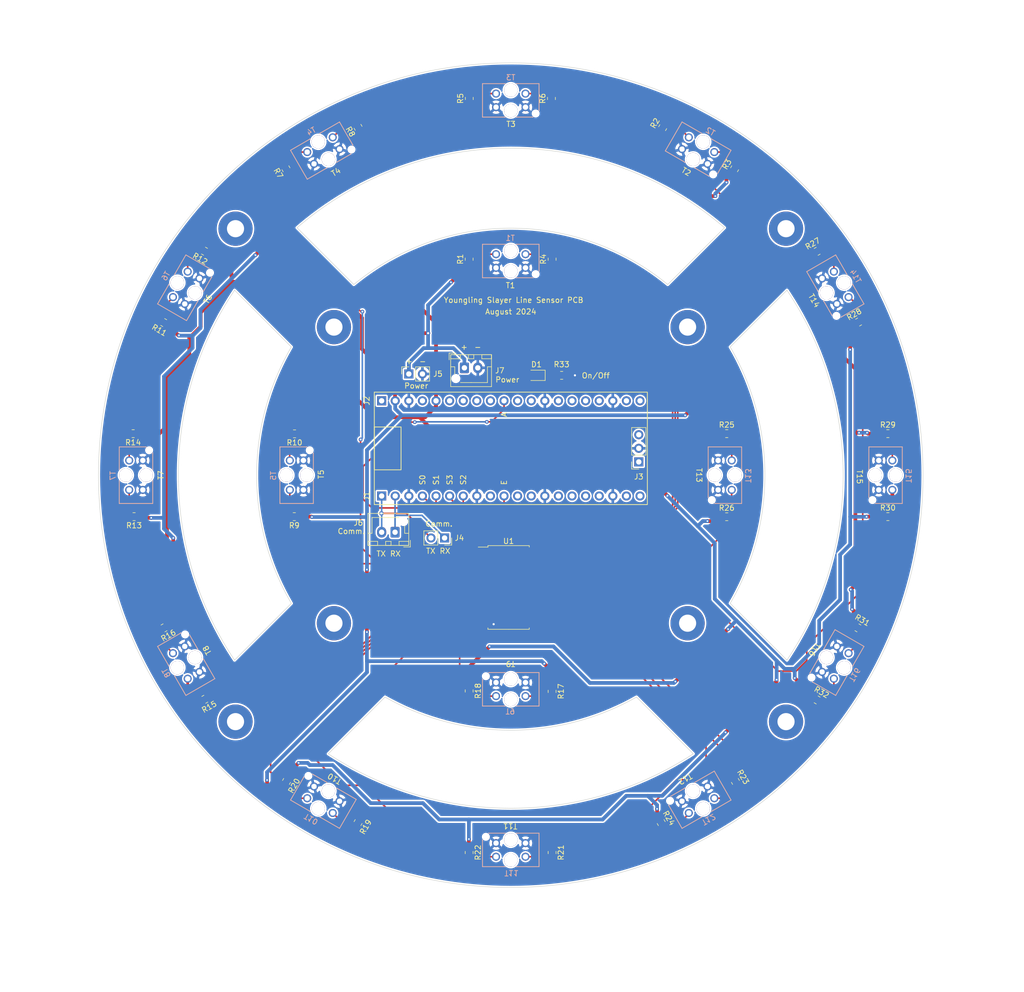
<source format=kicad_pcb>
(kicad_pcb (version 20221018) (generator pcbnew)
  (title_block (title "Line Sensor PCB") (date "2024-07-19"))
  (layers (0 "F.Cu" signal) (31 "B.Cu" power) (34 "B.Paste" user) (35 "F.Paste" user) (36 "B.SilkS" user "B.Silkscreen") (37 "F.SilkS" user "F.Silkscreen") (38 "B.Mask" user) (39 "F.Mask" user) (44 "Edge.Cuts" user))
  (net 0 "")
  (net 1 "ADC0")
  (net 2 "/TCRT_8")
  (net 3 "/TCRT_7")
  (net 4 "/TCRT_6")
  (net 5 "/TCRT_5")
  (net 6 "/TCRT_4")
  (net 7 "/TCRT_3")
  (net 8 "/TCRT_2")
  (net 9 "/TCRT_1")
  (net 10 "/S0")
  (net 11 "/S1")
  (net 12 "GND")
  (net 13 "/S3")
  (net 14 "/S2")
  (net 15 "E")
  (net 16 "/TCRT_16")
  (net 17 "/TCRT_15")
  (net 18 "/TCRT_14")
  (net 19 "/TCRT_13")
  (net 20 "/TCRT_12")
  (net 21 "/TCRT_11")
  (net 22 "/TCRT_10")
  (net 23 "/TCRT_9")
  (net 24 "+3V3")
  (net 25 "Net-(T1-Anode)")
  (net 26 "Net-(T2-Anode)")
  (net 27 "Net-(T3-Anode)")
  (net 28 "Net-(T4-Anode)")
  (net 29 "Net-(T5-Anode)")
  (net 30 "Net-(T6-Anode)")
  (net 31 "Net-(T7-Anode)")
  (net 32 "Net-(T8-Anode)")
  (net 33 "Net-(T9-Anode)")
  (net 34 "Net-(T10-Anode)")
  (net 35 "Net-(T11-Anode)")
  (net 36 "Net-(T12-Anode)")
  (net 37 "Net-(T13-Anode)")
  (net 38 "Net-(T14-Anode)")
  (net 39 "Net-(T15-Anode)")
  (net 40 "Net-(T16-Anode)")
  (net 48 "TX")
  (net 49 "RX")
  (net 61 "+5V")
  (net 69 "Net-(D1-K)")
  (footprint "Package_SO:SOIC-24W_7.5x15.4mm_P1.27mm" (layer "F.Cu") (at 83.82 102.87)
    (fp_text reference "U1")
    (fp_text value "CD74HC4067M")
  )
  (footprint "Connector_PinSocket_2.54mm:PinSocket_1x02_P2.54mm_Vertical" (layer "F.Cu") (at 65.186 62.992 90)
    (fp_text reference "J5")
    (fp_text value "Power")
  )
  (footprint "Resistor_SMD:R_0805_2012Metric" (layer "F.Cu") (at 43.8385 74.168 180)
    (fp_text reference "R10")
    (fp_text value "4K7")
  )
  (footprint "MountingHole:MountingHole_3.2mm_M3_Pad" (layer "F.Cu") (at 117.253 54.239)
    (fp_text reference "H3" hide)
    (fp_text value "MountingHole")
  )
  (footprint "Resistor_SMD:R_0805_2012Metric" (layer "F.Cu") (at 126.03575 24.666248 60)
    (fp_text reference "R3")
    (fp_text value "4K7")
  )
  (footprint "Resistor_SMD:R_0805_2012Metric" (layer "F.Cu") (at 55.70125 146.783752 -120)
    (fp_text reference "R19")
    (fp_text value "220R")
  )
  (footprint "Resistor_SMD:R_0805_2012Metric" (layer "F.Cu") (at 149.069752 110.41475 -30)
    (fp_text reference "R31")
    (fp_text value "220R")
  )
  (footprint "Resistor_SMD:R_0805_2012Metric" (layer "F.Cu") (at 112.31975 146.783752 -60)
    (fp_text reference "R24")
    (fp_text value "4K7")
  )
  (footprint "Resistor_SMD:R_0805_2012Metric" (layer "F.Cu") (at 149.196752 53.28825 30)
    (fp_text reference "R28")
    (fp_text value "4K7")
  )
  (footprint "Resistor_SMD:R_0805_2012Metric" (layer "F.Cu") (at 91.948 122.2775 -90)
    (fp_text reference "R17")
    (fp_text value "220R")
  )
  (footprint "Resistor_SMD:R_0805_2012Metric" (layer "F.Cu") (at 91.948 152.3765 -90)
    (fp_text reference "R21")
    (fp_text value "220R")
  )
  (footprint "Resistor_SMD:R_0805_2012Metric" (layer "F.Cu") (at 154.6625 74.142001)
    (fp_text reference "R29")
    (fp_text value "220R")
  )
  (footprint "Resistor_SMD:R_0805_2012Metric" (layer "F.Cu") (at 154.6625 89.642)
    (fp_text reference "R30")
    (fp_text value "4K7")
  )
  (footprint "Resistor_SMD:R_0805_2012Metric" (layer "F.Cu") (at 93.727 63.246 180)
    (fp_text reference "R33")
    (fp_text value "22R")
  )
  (footprint "Resistor_SMD:R_0805_2012Metric" (layer "F.Cu") (at 42.23925 24.666248 120)
    (fp_text reference "R7")
    (fp_text value "220R")
  )
  (footprint "Resistor_SMD:R_0805_2012Metric" (layer "F.Cu") (at 76.454 122.1975 -90)
    (fp_text reference "R18")
    (fp_text value "4K7")
  )
  (footprint "MountingHole:MountingHole_3.2mm_M3_Pad" (layer "F.Cu") (at 51.199 109.545)
    (fp_text reference "H7" hide)
    (fp_text value "MountingHole")
  )
  (footprint "Resistor_SMD:R_0805_2012Metric" (layer "F.Cu") (at 124.5635 89.662)
    (fp_text reference "R26")
    (fp_text value "4K7")
  )
  (footprint "Resistor_SMD:R_0805_2012Metric" (layer "F.Cu") (at 76.454 152.3765 -90)
    (fp_text reference "R22")
    (fp_text value "4K7")
  )
  (footprint "Resistor_SMD:R_0805_2012Metric" (layer "F.Cu") (at 43.7915 89.641999 180)
    (fp_text reference "R9")
    (fp_text value "220R")
  )
  (footprint "Resistor_SMD:R_0805_2012Metric" (layer "F.Cu") (at 55.70125 16.919248 120)
    (fp_text reference "R8")
    (fp_text value "4K7")
  )
  (footprint "Resistor_SMD:R_0805_2012Metric" (layer "F.Cu") (at 19.402752 53.39175 150)
    (fp_text reference "R11")
    (fp_text value "220R")
  )
  (footprint "Resistor_SMD:R_0805_2012Metric" (layer "F.Cu") (at 27.079248 123.74975 -150)
    (fp_text reference "R15")
    (fp_text value "220R")
  )
  (footprint "Resistor_SMD:R_0805_2012Metric" (layer "F.Cu") (at 19.459248 110.41475 -150)
    (fp_text reference "R16")
    (fp_text value "4K7")
  )
  (footprint "Resistor_SMD:R_0805_2012Metric" (layer "F.Cu") (at 112.59725 16.989752 60)
    (fp_text reference "R2")
    (fp_text value "220R")
  )
  (footprint "Connector_PinSocket_2.54mm:PinSocket_1x20_P2.54mm_Vertical" (layer "F.Cu") (at 60.106 85.782 90)
    (fp_text reference "J1")
    (fp_text value "Pico_Headers_Left")
  )
  (footprint "Resistor_SMD:R_0805_2012Metric" (layer "F.Cu") (at 76.454 41.5525 90)
    (fp_text reference "R1")
    (fp_text value "220R")
  )
  (footprint "Resistor_SMD:R_0805_2012Metric" (layer "F.Cu") (at 13.8665 89.641999 180)
    (fp_text reference "R13")
    (fp_text value "220R")
  )
  (footprint "Resistor_SMD:R_0805_2012Metric" (layer "F.Cu") (at 13.6925 74.142 180)
    (fp_text reference "R14")
    (fp_text value "4K7")
  )
  (footprint "MountingHole:MountingHole_3.2mm_M3_Pad" (layer "F.Cu") (at 32.814 127.93)
    (fp_text reference "H8" hide)
    (fp_text value "MountingHole")
  )
  (footprint "Connector_PinSocket_2.54mm:PinSocket_1x20_P2.54mm_Vertical" (layer "F.Cu") (at 60.106 68.002 90)
    (fp_text reference "J2")
    (fp_text value "Pico_Headers_Right")
  )
  (footprint "MountingHole:MountingHole_3.2mm_M3_Pad" (layer "F.Cu") (at 135.638 35.854)
    (fp_text reference "H4" hide)
    (fp_text value "MountingHole")
  )
  (footprint "Resistor_SMD:R_0805_2012Metric" (layer "F.Cu") (at 42.34275 139.093248 -120)
    (fp_text reference "R20")
    (fp_text value "4K7")
  )
  (footprint "Resistor_SMD:R_0805_2012Metric" (layer "F.Cu") (at 124.5635 74.142001)
    (fp_text reference "R25")
    (fp_text value "220R")
  )
  (footprint "MountingHole:MountingHole_3.2mm_M3_Pad" (layer "F.Cu") (at 135.638 127.93)
    (fp_text reference "H6" hide)
    (fp_text value "MountingHole")
  )
  (footprint "MountingHole:MountingHole_3.2mm_M3_Pad" (layer "F.Cu") (at 51.199 54.239)
    (fp_text reference "H1" hide)
    (fp_text value "MountingHole")
  )
  (footprint "Resistor_SMD:R_0805_2012Metric" (layer "F.Cu") (at 91.821 11.5335 90)
    (fp_text reference "R6")
    (fp_text value "4K7")
  )
  (footprint "Resistor_SMD:R_0805_2012Metric" (layer "F.Cu") (at 27.022752 40.05675 150)
    (fp_text reference "R12")
    (fp_text value "4K7")
  )
  (footprint "LED_SMD:LED_0805_2012Metric" (layer "F.Cu") (at 88.971 63.246 180)
    (fp_text reference "D1")
    (fp_text value "LED")
  )
  (footprint "Connector_JST:JST_XH_B2B-XH-AM_1x02_P2.50mm_Vertical" (layer "F.Cu") (at 75.565 61.849)
    (fp_text reference "J7")
    (fp_text value "Power")
  )
  (footprint "Resistor_SMD:R_0805_2012Metric" (layer "F.Cu") (at 91.948 41.5525 90)
    (fp_text reference "R4")
    (fp_text value "4K7")
  )
  (footprint "Connector_PinSocket_2.54mm:PinSocket_1x03_P2.54mm_Vertical" (layer "F.Cu") (at 108.136 79.417 180)
    (fp_text reference "J3")
    (fp_text value "Pico_Headers_Bottom")
  )
  (footprint "Resistor_SMD:R_0805_2012Metric" (layer "F.Cu") (at 141.449752 123.87675 -30)
    (fp_text reference "R32")
    (fp_text value "4K7")
  )
  (footprint "Connector_JST:JST_XH_B2B-XH-AM_1x02_P2.50mm_Vertical" (layer "F.Cu") (at 62.611 92.551 180)
    (fp_text reference "J6")
    (fp_text value "Comm.")
  )
  (footprint "MountingHole:MountingHole_3.2mm_M3_Pad" (layer "F.Cu") (at 117.253 109.545)
    (fp_text reference "H5" hide)
    (fp_text value "MountingHole")
  )
  (footprint "Resistor_SMD:R_0805_2012Metric" (layer "F.Cu") (at 76.476001 11.5335 90)
    (fp_text reference "R5")
    (fp_text value "220R")
  )
  (footprint "Resistor_SMD:R_0805_2012Metric" (layer "F.Cu") (at 141.449752 40.08025 30)
    (fp_text reference "R27")
    (fp_text value "220R")
  )
  (footprint "Resistor_SMD:R_0805_2012Metric" (layer "F.Cu") (at 126.18625 139.093248 -60)
    (fp_text reference "R23")
    (fp_text value "220R")
  )
  (footprint "Connector_PinSocket_2.54mm:PinSocket_1x02_P2.54mm_Vertical" (layer "F.Cu") (at 71.862 93.624 -90)
    (fp_text reference "J4")
    (fp_text value "Comm.")
  )
  (footprint "MountingHole:MountingHole_3.2mm_M3_Pad" (layer "F.Cu") (at 32.814 35.854)
    (fp_text reference "H2" hide)
    (fp_text value "MountingHole")
  )
  (footprint "TCRT5000:TCRT5000" (layer "B.Cu") (at 144.848 46.892 120)
    (fp_text reference "T14")
    (fp_text value "TCRT5000")
  )
  (footprint "TCRT5000:TCRT5000" (layer "B.Cu") (at 23.604 46.892 -120)
    (fp_text reference "T6")
    (fp_text value "TCRT5000")
  )
  (footprint "TCRT5000:TCRT5000" (layer "B.Cu") (at 14.226 81.892 -90)
    (fp_text reference "T7")
    (fp_text value "TCRT5000")
  )
  (footprint "TCRT5000:TCRT5000" (layer "B.Cu") (at 84.226 151.892)
    (fp_text reference "T11")
    (fp_text value "TCRT5000")
  )
  (footprint "TCRT5000:TCRT5000" (layer "B.Cu") (at 124.226 81.892 90)
    (fp_text reference "T13")
    (fp_text value "TCRT5000")
  )
  (footprint "TCRT5000:TCRT5000" (layer "B.Cu") (at 44.226 81.892 -90)
    (fp_text reference "T5")
    (fp_text value "TCRT5000")
  )
  (footprint "TCRT5000:TCRT5000" (layer "B.Cu") (at 49.226 21.27 -150)
    (fp_text reference "T4")
    (fp_text value "TCRT5000")
  )
  (footprint "TCRT5000:TCRT5000" (layer "B.Cu") (at 84.226 121.892)
    (fp_text reference "T9")
    (fp_text value "TCRT5000")
  )
  (footprint "TCRT5000:TCRT5000" (layer "B.Cu") (at 154.226 81.892 90)
    (fp_text reference "T15")
    (fp_text value "TCRT5000")
  )
  (footprint "TCRT5000:TCRT5000" (layer "B.Cu") (at 23.604 116.892 -60)
    (fp_text reference "T8")
    (fp_text value "TCRT5000")
  )
  (footprint "TCRT5000:TCRT5000" (layer "B.Cu") (at 144.848 116.892 60)
    (fp_text reference "T16")
    (fp_text value "TCRT5000")
  )
  (footprint "TCRT5000:TCRT5000" (layer "B.Cu") (at 49.226 142.514 -30)
    (fp_text reference "T10")
    (fp_text value "TCRT5000")
  )
  (footprint "TCRT5000:TCRT5000" (layer "B.Cu") (at 119.226 21.27 150)
    (fp_text reference "T2")
    (fp_text value "TCRT5000")
  )
  (footprint "TCRT5000:TCRT5000" (layer "B.Cu") (at 84.226 41.892 180)
    (fp_text reference "T1")
    (fp_text value "TCRT5000")
  )
  (footprint "TCRT5000:TCRT5000" (layer "B.Cu") (at 84.226 11.892 180)
    (fp_text reference "T3")
    (fp_text value "TCRT5000")
  )
  (footprint "TCRT5000:TCRT5000" (layer "B.Cu") (at 119.226 142.514 30)
    (fp_text reference "T12")
    (fp_text value "TCRT5000")
  )
  (gr_rect (start 58.736 72.892) (end 63.736 80.892) (stroke (width 0.15)) (fill none) (layer "F.SilkS"))
  (gr_rect (start 58.736 66.392) (end 109.736 87.392) (stroke (width 0.15)) (fill none) (layer "F.SilkS"))
  (gr_arc (start 125.2105 57.9485) (mid 131.692028 81.892) (end 125.2105 105.8355) (stroke (width 0.1)) (layer "Edge.Cuts"))
  (gr_arc (start 43.2415 105.8355) (mid 36.759972 81.892) (end 43.2415 57.9485) (stroke (width 0.1)) (layer "Edge.Cuts"))
  (gr_line (start 118.314 133.94) (end 107.71 123.336) (stroke (width 0.1)) (layer "Edge.Cuts"))
  (gr_line (start 60.742 123.336) (end 50.138 133.94) (stroke (width 0.1)) (layer "Edge.Cuts"))
  (gr_arc (start 54.9085 46.2815) (mid 84.226 35.765837) (end 113.5435 46.2815) (stroke (width 0.1)) (layer "Edge.Cuts"))
  (gr_line (start 125.2105 105.8355) (end 135.8145 116.4395) (stroke (width 0.1)) (layer "Edge.Cuts"))
  (gr_line (start 125.2105 57.9485) (end 135.8145 47.3445) (stroke (width 0.1)) (layer "Edge.Cuts"))
  (gr_line (start 124.1475 35.6775) (end 113.5435 46.2815) (stroke (width 0.1)) (layer "Edge.Cuts"))
  (gr_arc (start 44.3045 35.6775) (mid 84.226 20.822499) (end 124.1475 35.6775) (stroke (width 0.1)) (layer "Edge.Cuts"))
  (gr_line (start 32.6375 47.3445) (end 43.2415 57.9485) (stroke (width 0.1)) (layer "Edge.Cuts"))
  (gr_arc (start 118.314 133.94) (mid 84.226 144.109363) (end 50.138 133.94) (stroke (width 0.1)) (layer "Edge.Cuts"))
  (gr_circle (center 84.226 81.892) (end 161.226 81.892) (stroke (width 0.1)) (fill none) (layer "Edge.Cuts"))
  (gr_arc (start 107.71 123.336) (mid 84.226 129.527149) (end 60.742 123.336) (stroke (width 0.1)) (layer "Edge.Cuts"))
  (gr_arc (start 135.8145 47.3445) (mid 146.312481 81.892) (end 135.8145 116.4395) (stroke (width 0.1)) (layer "Edge.Cuts"))
  (gr_line (start 44.3045 35.6775) (end 54.9085 46.2815) (stroke (width 0.1)) (layer "Edge.Cuts"))
  (gr_arc (start 32.6375 116.4395) (mid 22.13952 81.892) (end 32.6375 47.3445) (stroke (width 0.1)) (layer "Edge.Cuts"))
  (gr_line (start 32.6375 116.4395) (end 43.2415 105.8355) (stroke (width 0.1)) (layer "Edge.Cuts"))
  (gr_text "E" (at 83.566 83.82 90) (layer "F.SilkS") (effects (font (size 1 1)) (justify left bottom)))
  (gr_text "T4" (at 51.054 26.2636 30) (layer "F.SilkS") (effects (font (size 1 1)) (justify left bottom)))
  (gr_text "S3" (at 73.406 83.82 90) (layer "F.SilkS") (effects (font (size 1 1)) (justify left bottom)))
  (gr_text "+" (at 74.803 58.547) (layer "F.SilkS") (effects (font (size 1 1)) (justify left bottom)))
  (gr_text "-" (at 77.343 58.547) (layer "F.SilkS") (effects (font (size 1 1)) (justify left bottom)))
  (gr_text "August 2024" (at 79.375 51.943) (layer "F.SilkS") (effects (font (size 1 1)) (justify left bottom)))
  (gr_text "S2" (at 75.946 83.82 90) (layer "F.SilkS") (effects (font (size 1 1)) (justify left bottom)))
  (gr_text "TX" (at 68.326 96.647) (layer "F.SilkS") (effects (font (size 1 1)) (justify left bottom)))
  (gr_text "T15" (at 148.7932 80.772 270) (layer "F.SilkS") (effects (font (size 1 1)) (justify left bottom)))
  (gr_text "RX" (at 70.866 96.647) (layer "F.SilkS") (effects (font (size 1 1)) (justify left bottom)))
  (gr_text "T8" (at 28.4988 115.1128 120) (layer "F.SilkS") (effects (font (size 1 1)) (justify left bottom)))
  (gr_text "RX" (at 61.595 97.155) (layer "F.SilkS") (effects (font (size 1 1)) (justify left bottom)))
  (gr_text "T11" (at 85.5472 146.8628 180) (layer "F.SilkS") (effects (font (size 1 1)) (justify left bottom)))
  (gr_text "T16" (at 141.1224 112.9284 240) (layer "F.SilkS") (effects (font (size 1 1)) (justify left bottom)))
  (gr_text "T14" (at 139.6492 48.3616 300) (layer "F.SilkS") (effects (font (size 1 1)) (justify left bottom)))
  (gr_text "TX" (at 59.055 97.155) (layer "F.SilkS") (effects (font (size 1 1)) (justify left bottom)))
  (gr_text "T3" (at 83.312 16.9164) (layer "F.SilkS") (effects (font (size 1 1)) (justify left bottom)))
  (gr_text "S1" (at 70.866 83.82 90) (layer "F.SilkS") (effects (font (size 1 1)) (justify left bottom)))
  (gr_text "S0" (at 68.326 83.82 90) (layer "F.SilkS") (effects (font (size 1 1)) (justify left bottom)))
  (gr_text "T1" (at 83.2104 47.0408) (layer "F.SilkS") (effects (font (size 1 1)) (justify left bottom)))
  (gr_text "On/Off" (at 97.409 63.881) (layer "F.SilkS") (effects (font (size 1 1)) (justify left bottom)))
  (gr_text "-" (at 67.056 61.214) (layer "F.SilkS") (effects (font (size 1 1)) (justify left bottom)))
  (gr_text "T9" (at 85.1408 116.5352 180) (layer "F.SilkS") (effects (font (size 1 1)) (justify left bottom)))
  (gr_text "A" (at 83.566 71.12 90) (layer "F.SilkS") (effects (font (size 1 1)) (justify left bottom)))
  (gr_text "T13" (at 118.8212 80.4672 270) (layer "F.SilkS") (effects (font (size 1 1)) (justify left bottom)))
  (gr_text "T2" (at 115.8748 25.2476 330) (layer "F.SilkS") (effects (font (size 1 1)) (justify left bottom)))
  (gr_text "T5" (at 49.3776 82.7024 90) (layer "F.SilkS") (effects (font (size 1 1)) (justify left bottom)))
  (gr_text "T7" (at 19.4564 82.8548 90) (layer "F.SilkS") (effects (font (size 1 1)) (justify left bottom)))
  (gr_text "T10" (at 52.832 138.7856 150) (layer "F.SilkS") (effects (font (size 1 1)) (justify left bottom)))
  (gr_text "Power" (at 81.28 64.643) (layer "F.SilkS") (effects (font (size 1 1)) (justify left bottom)))
  (gr_text "Comm." (at 68.199 91.567) (layer "F.SilkS") (effects (font (size 1 1)) (justify left bottom)))
  (gr_text "Comm." (at 51.816 92.964) (layer "F.SilkS") (effects (font (size 1 1)) (justify left bottom)))
  (gr_text "T12" (at 117.7544 137.414 210) (layer "F.SilkS") (effects (font (size 1 1)) (justify left bottom)))
  (gr_text "Power" (at 64.262 65.786) (layer "F.SilkS") (effects (font (size 1 1)) (justify left bottom)))
  (gr_text "+" (at 64.516 61.214) (layer "F.SilkS") (effects (font (size 1 1)) (justify left bottom)))
  (gr_text "Youngling Slayer Line Sensor PCB" (at 71.628 49.784) (layer "F.SilkS") (effects (font (size 1 1)) (justify left bottom)))
  (gr_text "T6" (at 27.686 50.1396 60) (layer "F.SilkS") (effects (font (size 1 1)) (justify left bottom)))
  (segment (start 66.294 71.9836) (end 64.9224 71.9836) (width 0.3) (layer "F.Cu") (net 1))
  (segment (start 58.293 88.011) (end 69.276178 88.011) (width 0.3) (layer "F.Cu") (net 1))
  (segment (start 56.642 86.36) (end 58.293 88.011) (width 0.3) (layer "F.Cu") (net 1))
  (segment (start 82.966 69.5864) (end 82.966 68.002) (width 0.3) (layer "F.Cu") (net 1))
  (segment (start 70.645178 89.38) (end 73.940894 89.38) (width 0.3) (layer "F.Cu") (net 1))
  (segment (start 79.756 71.9328) (end 80.6196 71.9328) (width 0.3) (layer "F.Cu") (net 1))
  (segment (start 79.17 94.609106) (end 79.17 95.885) (width 0.3) (layer "F.Cu") (net 1))
  (segment (start 64.9224 71.9836) (end 56.642 80.264) (width 0.3) (layer "F.Cu") (net 1))
  (segment (start 80.6196 71.9328) (end 82.966 69.5864) (width 0.3) (layer "F.Cu") (net 1))
  (segment (start 73.940894 89.38) (end 79.17 94.609106) (width 0.3) (layer "F.Cu") (net 1))
  (segment (start 69.276178 88.011) (end 70.645178 89.38) (width 0.3) (layer "F.Cu") (net 1))
  (segment (start 56.642 80.264) (end 56.642 86.36) (width 0.3) (layer "F.Cu") (net 1))
  (via (at 66.294 71.9836) (size 0.7) (drill 0.3) (layers "F.Cu" "B.Cu") (net 1))
  (via (at 79.756 71.9328) (size 0.7) (drill 0.3) (layers "F.Cu" "B.Cu") (net 1))
  (segment (start 66.3448 71.9328) (end 66.294 71.9836) (width 0.3) (layer "B.Cu") (net 1))
  (segment (start 79.756 71.9328) (end 66.3448 71.9328) (width 0.3) (layer "B.Cu") (net 1))
  (segment (start 27.5336 128.3208) (end 27.5336 130.6576) (width 0.3) (layer "F.Cu") (net 2))
  (segment (start 18.629148 110.81543) (end 17.795718 109.982) (width 0.3) (layer "F.Cu") (net 2))
  (segment (start 21.1328 121.92) (end 27.5336 128.3208) (width 0.3) (layer "F.Cu") (net 2))
  (segment (start 18.629148 112.64543) (end 18.629148 110.81543) (width 0.3) (layer "F.Cu") (net 2))
  (segment (start 70.358 99.695) (end 79.17 99.695) (width 0.3) (layer "F.Cu") (net 2))
  (segment (start 16.6624 109.982) (end 15.5956 111.0488) (width 0.3) (layer "F.Cu") (net 2))
  (segment (start 29.2608 132.3848) (end 37.6682 132.3848) (width 0.3) (layer "F.Cu") (net 2))
  (segment (start 18.8468 118.4148) (end 21.1328 120.7008) (width 0.3) (layer "F.Cu") (net 2))
  (segment (start 15.5956 111.0488) (end 15.5956 111.9124) (width 0.3) (layer "F.Cu") (net 2))
  (segment (start 21.129148 115.14543) (end 18.629148 112.64543) (width 0.3) (layer "F.Cu") (net 2))
  (segment (start 17.526 115.57) (end 18.8468 116.8908) (width 0.3) (layer "F.Cu") (net 2))
  (segment (start 37.6682 132.3848) (end 70.358 99.695) (width 0.3) (layer "F.Cu") (net 2))
  (segment (start 15.5956 111.9124) (end 17.526 113.8428) (width 0.3) (layer "F.Cu") (net 2))
  (segment (start 27.5336 130.6576) (end 29.2608 132.3848) (width 0.3) (layer "F.Cu") (net 2))
  (segment (start 17.795718 109.982) (end 16.6624 109.982) (width 0.3) (layer "F.Cu") (net 2))
  (segment (start 21.1328 120.7008) (end 21.1328 121.92) (width 0.3) (layer "F.Cu") (net 2))
  (segment (start 17.526 113.8428) (end 17.526 115.57) (width 0.3) (layer "F.Cu") (net 2))
  (segment (start 18.8468 116.8908) (end 18.8468 118.4148) (width 0.3) (layer "F.Cu") (net 2))
  (segment (start 15.1156 96.548) (end 15.1156 112.111222) (width 0.3) (layer "F.Cu") (net 3))
  (segment (start 18.3668 118.6968) (end 20.574 120.904) (width 0.3) (layer "F.Cu") (net 3))
  (segment (start 11.0744 71.628) (end 9.8552 72.8472) (width 0.3) (layer "F.Cu") (net 3))
  (segment (start 17.046 114.041622) (end 17.046 115.768822) (width 0.3) (layer "F.Cu") (net 3))
  (segment (start 26.940189 130.771295) (end 29.033694 132.8648) (width 0.3) (layer "F.Cu") (net 3))
  (segment (start 12.956 79.142) (end 12.956 72.392) (width 0.3) (layer "F.Cu") (net 3))
  (segment (start 9.8552 91.2876) (end 15.1156 96.548) (width 0.3) (layer "F.Cu") (net 3))
  (segment (start 20.574 120.904) (end 20.574 122.040022) (width 0.3) (layer "F.Cu") (net 3))
  (segment (start 12.956 72.392) (end 12.192 71.628) (width 0.3) (layer "F.Cu") (net 3))
  (segment (start 12.192 71.628) (end 11.0744 71.628) (width 0.3) (layer "F.Cu") (net 3))
  (segment (start 29.033694 132.8648) (end 37.867022 132.8648) (width 0.3) (layer "F.Cu") (net 3))
  (segment (start 69.766822 100.965) (end 79.17 100.965) (width 0.3) (layer "F.Cu") (net 3))
  (segment (start 18.3668 117.089622) (end 18.3668 118.6968) (width 0.3) (layer "F.Cu") (net 3))
  (segment (start 9.8552 72.8472) (end 9.8552 91.2876) (width 0.3) (layer "F.Cu") (net 3))
  (segment (start 37.867022 132.8648) (end 69.766822 100.965) (width 0.3) (layer "F.Cu") (net 3))
  (segment (start 26.940189 128.406211) (end 26.940189 130.771295) (width 0.3) (layer "F.Cu") (net 3))
  (segment (start 15.1156 112.111222) (end 17.046 114.041622) (width 0.3) (layer "F.Cu") (net 3))
  (segment (start 17.046 115.768822) (end 18.3668 117.089622) (width 0.3) (layer "F.Cu") (net 3))
  (segment (start 20.574 122.040022) (end 26.940189 128.406211) (width 0.3) (layer "F.Cu") (net 3))
  (segment (start 16.764 64.345178) (end 9.2456 71.863578) (width 0.3) (layer "F.Cu") (net 4))
  (segment (start 26.348163 39.54543) (end 25.918733 39.116) (width 0.3) (layer "F.Cu") (net 4))
  (segment (start 19.4564 45.3136) (end 16.764 48.006) (width 0.3) (layer "F.Cu") (net 4))
  (segment (start 38.065844 133.3448) (end 69.175644 102.235) (width 0.3) (layer "F.Cu") (net 4))
  (segment (start 20.094 121.102822) (end 20.094 122.238844) (width 0.3) (layer "F.Cu") (net 4))
  (segment (start 23.368 39.116) (end 19.4564 43.0276) (width 0.3) (layer "F.Cu") (net 4))
  (segment (start 9.2456 91.5416) (end 14.6356 96.9316) (width 0.3) (layer "F.Cu") (net 4))
  (segment (start 26.460189 128.605033) (end 26.460189 130.970117) (width 0.3) (layer "F.Cu") (net 4))
  (segment (start 16.566 115.967644) (end 17.8868 117.288444) (width 0.3) (layer "F.Cu") (net 4))
  (segment (start 17.8868 117.288444) (end 17.8868 118.895622) (width 0.3) (layer "F.Cu") (net 4))
  (segment (start 26.348093 39.5455) (end 23.879148 42.014445) (width 0.3) (layer "F.Cu") (net 4))
  (segment (start 14.6356 112.310044) (end 16.566 114.240444) (width 0.3) (layer "F.Cu") (net 4))
  (segment (start 25.918733 39.116) (end 23.368 39.116) (width 0.3) (layer "F.Cu") (net 4))
  (segment (start 16.566 114.240444) (end 16.566 115.967644) (width 0.3) (layer "F.Cu") (net 4))
  (segment (start 69.175644 102.235) (end 79.17 102.235) (width 0.3) (layer "F.Cu") (net 4))
  (segment (start 16.764 48.006) (end 16.764 64.345178) (width 0.3) (layer "F.Cu") (net 4))
  (segment (start 9.2456 71.863578) (end 9.2456 91.5416) (width 0.3) (layer "F.Cu") (net 4))
  (segment (start 19.4564 43.0276) (end 19.4564 45.3136) (width 0.3) (layer "F.Cu") (net 4))
  (segment (start 26.460189 130.970117) (end 28.834872 133.3448) (width 0.3) (layer "F.Cu") (net 4))
  (segment (start 14.6356 96.9316) (end 14.6356 112.310044) (width 0.3) (layer "F.Cu") (net 4))
  (segment (start 79.17 102.235) (end 79.043 102.108) (width 0.3) (layer "F.Cu") (net 4))
  (segment (start 23.879148 42.014445) (end 23.879148 43.87543) (width 0.3) (layer "F.Cu") (net 4))
  (segment (start 17.8868 118.895622) (end 20.094 121.102822) (width 0.3) (layer "F.Cu") (net 4))
  (segment (start 20.094 122.238844) (end 26.460189 128.605033) (width 0.3) (layer "F.Cu") (net 4))
  (segment (start 28.834872 133.3448) (end 38.065844 133.3448) (width 0.3) (layer "F.Cu") (net 4))
  (segment (start 42.926 74.168) (end 41.656 74.168) (width 0.3) (layer "F.Cu") (net 5))
  (segment (start 41.656 74.168) (end 40.259 75.565) (width 0.3) (layer "F.Cu") (net 5))
  (segment (start 47.752 98.425) (end 79.17 98.425) (width 0.3) (layer "F.Cu") (net 5))
  (segment (start 42.926 74.168) (end 42.926 79.112) (width 0.3) (layer "F.Cu") (net 5))
  (segment (start 40.259 90.932) (end 47.752 98.425) (width 0.3) (layer "F.Cu") (net 5))
  (segment (start 40.259 75.565) (end 40.259 90.932) (width 0.3) (layer "F.Cu") (net 5))
  (segment (start 42.926 79.112) (end 42.956 79.142) (width 0.3) (layer "F.Cu") (net 5))
  (segment (start 50.97257 18.795148) (end 53.47257 16.295148) (width 0.3) (layer "F.Cu") (net 6))
  (segment (start 56.162 75.2576) (end 56.162 95.25) (width 0.3) (layer "F.Cu") (net 6))
  (segment (start 47.907935 28.8544) (end 52.550335 24.212) (width 0.3) (layer "F.Cu") (net 6))
  (segment (start 52.550335 24.212) (end 54.8328 24.212) (width 0.3) (layer "F.Cu") (net 6))
  (segment (start 58.067 97.155) (end 79.17 97.155) (width 0.3) (layer "F.Cu") (net 6))
  (segment (start 56.221651 51.348385) (end 41.148 36.274734) (width 0.3) (layer "F.Cu") (net 6))
  (segment (start 45.212 28.8544) (end 47.907935 28.8544) (width 0.3) (layer "F.Cu") (net 6))
  (segment (start 41.148 32.9184) (end 45.212 28.8544) (width 0.3) (layer "F.Cu") (net 6))
  (segment (start 56.1848 75.2348) (end 56.162 75.2576) (width 0.3) (layer "F.Cu") (net 6))
  (segment (start 56.3372 20.284389) (end 54.4576 18.404789) (width 0.3) (layer "F.Cu") (net 6))
  (segment (start 54.4576 16.9164) (end 55.245 16.129) (width 0.3) (layer "F.Cu") (net 6))
  (segment (start 53.47257 16.295148) (end 55.30257 16.295148) (width 0.3) (layer "F.Cu") (net 6))
  (segment (start 41.148 36.274734) (end 41.148 32.9184) (width 0.3) (layer "F.Cu") (net 6))
  (segment (start 56.3372 22.7076) (end 56.3372 20.284389) (width 0.3) (layer "F.Cu") (net 6))
  (segment (start 56.162 95.25) (end 58.067 97.155) (width 0.3) (layer "F.Cu") (net 6))
  (segment (start 54.8328 24.212) (end 56.3372 22.7076) (width 0.3) (layer "F.Cu") (net 6))
  (segment (start 56.504493 51.348385) (end 56.221651 51.348385) (width 0.3) (layer "F.Cu") (net 6))
  (segment (start 54.4576 18.404789) (end 54.4576 16.9164) (width 0.3) (layer "F.Cu") (net 6))
  (via (at 56.504493 51.348385) (size 0.7) (drill 0.3) (layers "F.Cu" "B.Cu") (net 6))
  (via (at 56.1848 75.2348) (size 0.7) (drill 0.3) (layers "F.Cu" "B.Cu") (net 6))
  (segment (start 56.504493 74.915107) (end 56.504493 51.348385) (width 0.3) (layer "B.Cu") (net 6))
  (segment (start 56.1848 75.2348) (end 56.504493 74.915107) (width 0.3) (layer "B.Cu") (net 6))
  (segment (start 86.977 10.621) (end 86.976 10.622) (width 0.3) (layer "F.Cu") (net 7))
  (segment (start 91.821 10.621) (end 86.977 10.621) (width 0.3) (layer "F.Cu") (net 7))
  (segment (start 104.624866 21.5196) (end 111.940066 21.5196) (width 0.3) (layer "F.Cu") (net 7))
  (segment (start 120.0404 26.0604) (end 128.2192 34.2392) (width 0.3) (layer "F.Cu") (net 7))
  (segment (start 114.935 87.713178) (end 104.223178 98.425) (width 0.3) (layer "F.Cu") (net 7))
  (segment (start 114.935 63.8302) (end 114.935 87.713178) (width 0.3) (layer "F.Cu") (net 7))
  (segment (start 116.480866 26.0604) (end 120.0404 26.0604) (width 0.3) (layer "F.Cu") (net 7))
  (segment (start 104.223178 98.425) (end 88.47 98.425) (width 0.3) (layer "F.Cu") (net 7))
  (segment (start 123.218 55.5472) (end 114.935 63.8302) (width 0.3) (layer "F.Cu") (net 7))
  (segment (start 128.2192 47.987578) (end 123.218 52.988778) (width 0.3) (layer "F.Cu") (net 7))
  (segment (start 123.218 52.988778) (end 123.218 55.5472) (width 0.3) (layer "F.Cu") (net 7))
  (segment (start 91.821 10.621) (end 93.726266 10.621) (width 0.3) (layer "F.Cu") (net 7))
  (segment (start 128.2192 34.2392) (end 128.2192 47.987578) (width 0.3) (layer "F.Cu") (net 7))
  (segment (start 111.940066 21.5196) (end 116.480866 26.0604) (width 0.3) (layer "F.Cu") (net 7))
  (segment (start 93.726266 10.621) (end 104.624866 21.5196) (width 0.3) (layer "F.Cu") (net 7))
  (segment (start 126.95357 23.95657) (end 128.7272 25.7302) (width 0.3) (layer "F.Cu") (net 8))
  (segment (start 122.24257 21.545148) (end 124.161148 21.545148) (width 0.3) (layer "F.Cu") (net 8))
  (segment (start 128.7272 48.1584) (end 123.698 53.1876) (width 0.3) (layer "F.Cu") (net 8))
  (segment (start 115.415 64.029022) (end 115.415 87.912) (width 0.3) (layer "F.Cu") (net 8))
  (segment (start 123.698 55.746022) (end 115.415 64.029022) (width 0.3) (layer "F.Cu") (net 8))
  (segment (start 124.161148 21.545148) (end 126.57257 23.95657) (width 0.3) (layer "F.Cu") (net 8))
  (segment (start 103.632 99.695) (end 88.47 99.695) (width 0.3) (layer "F.Cu") (net 8))
  (segment (start 123.698 53.1876) (end 123.698 55.746022) (width 0.3) (layer "F.Cu") (net 8))
  (segment (start 128.7272 25.7302) (end 128.7272 48.1584) (width 0.3) (layer "F.Cu") (net 8))
  (segment (start 115.415 87.912) (end 103.632 99.695) (width 0.3) (layer "F.Cu") (net 8))
  (segment (start 126.57257 23.95657) (end 126.95357 23.95657) (width 0.3) (layer "F.Cu") (net 8))
  (segment (start 114.455 87.514356) (end 104.814356 97.155) (width 0.3) (layer "F.Cu") (net 9))
  (segment (start 91.948 40.64) (end 95.9612 40.64) (width 0.3) (layer "F.Cu") (net 9))
  (segment (start 104.814356 97.155) (end 88.47 97.155) (width 0.3) (layer "F.Cu") (net 9))
  (segment (start 114.455 59.1338) (end 114.455 87.514356) (width 0.3) (layer "F.Cu") (net 9))
  (segment (start 91.93 40.622) (end 91.948 40.64) (width 0.3) (layer "F.Cu") (net 9))
  (segment (start 95.9612 40.64) (end 114.455 59.1338) (width 0.3) (layer "F.Cu") (net 9))
  (segment (start 86.976 40.622) (end 91.93 40.622) (width 0.3) (layer "F.Cu") (net 9))
  (segment (start 70.844 88.9) (end 74.168 88.9) (width 0.3) (layer "F.Cu") (net 10))
  (segment (start 80.391 107.315) (end 79.17 107.315) (width 0.3) (layer "F.Cu") (net 10))
  (segment (start 81.28 106.426) (end 80.391 107.315) (width 0.3) (layer "F.Cu") (net 10))
  (segment (start 81.28 96.012) (end 81.28 106.426) (width 0.3) (layer "F.Cu") (net 10))
  (segment (start 74.168 88.9) (end 81.28 96.012) (width 0.3) (layer "F.Cu") (net 10))
  (segment (start 67.726 85.782) (end 70.844 88.9) (width 0.3) (layer "F.Cu") (net 10))
  (segment (start 70.266 85.782) (end 70.266 87.614894) (width 0.3) (layer "F.Cu") (net 11))
  (segment (start 71.051106 88.4) (end 74.375107 88.4) (width 0.3) (layer "F.Cu") (net 11))
  (segment (start 74.375107 88.4) (end 81.76 95.784893) (width 0.3) (layer "F.Cu") (net 11))
  (segment (start 70.266 87.614894) (end 71.051106 88.4) (width 0.3) (layer "F.Cu") (net 11))
  (segment (start 80.391 108.585) (end 79.17 108.585) (width 0.3) (layer "F.Cu") (net 11))
  (segment (start 81.76 95.784893) (end 81.76 107.216) (width 0.3) (layer "F.Cu") (net 11))
  (segment (start 81.76 107.216) (end 80.391 108.585) (width 0.3) (layer "F.Cu") (net 11))
  (segment (start 80.899 109.855) (end 81.026 109.728) (width 0.5) (layer "F.Cu") (net 12))
  (segment (start 94.6395 63.246) (end 96.21 63.246) (width 0.7) (layer "F.Cu") (net 12))
  (segment (start 79.17 109.855) (end 80.899 109.855) (width 0.5) (layer "F.Cu") (net 12))
  (segment (start 15.555999 84.582) (end 15.496 84.641999) (width 0.5) (layer "F.Cu") (net 12))
  (via (at 81.026 109.728) (size 0.8) (drill 0.4) (layers "F.Cu" "B.Cu") (net 12))
  (via (at 96.21 63.246) (size 0.8) (drill 0.4) (layers "F.Cu" "B.Cu") (net 12))
  (segment (start 85.598 98.915787) (end 72.806 86.123787) (width 0.3) (layer "F.Cu") (net 13))
  (segment (start 85.598 107.449262) (end 85.598 98.915787) (width 0.3) (layer "F.Cu") (net 13))
  (segment (start 72.806 86.123787) (end 72.806 85.782) (width 0.3) (layer "F.Cu") (net 13))
  (segment (start 88.003738 109.855) (end 85.598 107.449262) (width 0.3) (layer "F.Cu") (net 13))
  (segment (start 88.47 109.855) (end 88.003738 109.855) (width 0.3) (layer "F.Cu") (net 13))
  (segment (start 75.346 87.956681) (end 75.346 85.782) (width 0.3) (layer "F.Cu") (net 14))
  (segment (start 87.757 108.585) (end 86.078 106.906) (width 0.3) (layer "F.Cu") (net 14))
  (segment (start 86.078 98.688681) (end 75.346 87.956681) (width 0.3) (layer "F.Cu") (net 14))
  (segment (start 86.078 106.906) (end 86.078 98.688681) (width 0.3) (layer "F.Cu") (net 14))
  (segment (start 88.47 108.585) (end 87.757 108.585) (width 0.3) (layer "F.Cu") (net 14))
  (segment (start 82.966 85.782) (end 82.966 94.869575) (width 0.3) (layer "F.Cu") (net 15))
  (segment (start 87.445001 107.315) (end 88.47 107.315) (width 0.3) (layer "F.Cu") (net 15))
  (segment (start 82.966 94.869575) (end 86.558 98.461575) (width 0.3) (layer "F.Cu") (net 15))
  (segment (start 86.558 106.427999) (end 87.445001 107.315) (width 0.3) (layer "F.Cu") (net 15))
  (segment (start 86.558 98.461575) (end 86.558 106.427999) (width 0.3) (layer "F.Cu") (net 15))
  (segment (start 95.9866 103.505) (end 125.5776 133.096) (width 0.3) (layer "F.Cu") (net 16))
  (segment (start 125.5776 133.096) (end 137.344778 133.096) (width 0.3) (layer "F.Cu") (net 16))
  (segment (start 144.572852 122.000148) (end 144.572852 119.90857) (width 0.3) (layer "F.Cu") (net 16))
  (segment (start 141.3764 129.064378) (end 141.3764 125.1966) (width 0.3) (layer "F.Cu") (net 16))
  (segment (start 137.344778 133.096) (end 141.3764 129.064378) (width 0.3) (layer "F.Cu") (net 16))
  (segment (start 142.24 124.333) (end 144.572852 122.000148) (width 0.3) (layer "F.Cu") (net 16))
  (segment (start 141.3764 125.1966) (end 142.24 124.333) (width 0.3) (layer "F.Cu") (net 16))
  (segment (start 88.47 103.505) (end 95.9866 103.505) (width 0.3) (layer "F.Cu") (net 16))
  (segment (start 124.178 133.576) (end 137.5436 133.576) (width 0.3) (layer "F.Cu") (net 17))
  (segment (start 155.575 102.3874) (end 155.575 89.642) (width 0.3) (layer "F.Cu") (net 17))
  (segment (start 146.2532 122.428) (end 151.0284 117.6528) (width 0.3) (layer "F.Cu") (net 17))
  (segment (start 152.8572 110.5916) (end 152.8572 105.1052) (width 0.3) (layer "F.Cu") (net 17))
  (segment (start 88.47 104.775) (end 95.377 104.775) (width 0.3) (layer "F.Cu") (net 17))
  (segment (start 155.496 89.563) (end 155.575 89.642) (width 0.7) (layer "F.Cu") (net 17))
  (segment (start 151.0284 117.6528) (end 151.0284 112.4204) (width 0.3) (layer "F.Cu") (net 17))
  (segment (start 151.0284 112.4204) (end 152.8572 110.5916) (width 0.3) (layer "F.Cu") (net 17))
  (segment (start 137.5436 133.576) (end 146.2532 124.8664) (width 0.3) (layer "F.Cu") (net 17))
  (segment (start 146.2532 124.8664) (end 146.2532 122.428) (width 0.3) (layer "F.Cu") (net 17))
  (segment (start 152.8572 105.1052) (end 155.575 102.3874) (width 0.3) (layer "F.Cu") (net 17))
  (segment (start 95.377 104.775) (end 124.178 133.576) (width 0.3) (layer "F.Cu") (net 17))
  (segment (start 155.496 84.642) (end 155.496 89.563) (width 0.7) (layer "F.Cu") (net 17))
  (segment (start 117.856 102.235) (end 88.47 102.235) (width 0.3) (layer "F.Cu") (net 18))
  (segment (start 147.44457 48.63857) (end 149.822852 51.016852) (width 0.3) (layer "F.Cu") (net 18))
  (segment (start 139.515568 113.722432) (end 139.515568 116.516432) (width 0.3) (layer "F.Cu") (net 18))
  (segment (start 139.515568 116.516432) (end 137.541 118.491) (width 0.3) (layer "F.Cu") (net 18))
  (segment (start 149.9616 103.2764) (end 139.515568 113.722432) (width 0.3) (layer "F.Cu") (net 18))
  (segment (start 149.822852 51.016852) (end 149.822852 52.794852) (width 0.3) (layer "F.Cu") (net 18))
  (segment (start 137.541 118.491) (end 134.112 118.491) (width 0.3) (layer "F.Cu") (net 18))
  (segment (start 150.622 53.594) (end 150.622 70.358) (width 0.3) (layer "F.Cu") (net 18))
  (segment (start 147.322852 48.63857) (end 147.44457 48.63857) (width 0.3) (layer "F.Cu") (net 18))
  (segment (start 150.622 70.358) (end 149.9616 71.0184) (width 0.3) (layer "F.Cu") (net 18))
  (segment (start 149.9616 71.0184) (end 149.9616 103.2764) (width 0.3) (layer "F.Cu") (net 18))
  (segment (start 149.822852 52.794852) (end 150.622 53.594) (width 0.3) (layer "F.Cu") (net 18))
  (segment (start 134.112 118.491) (end 117.856 102.235) (width 0.3) (layer "F.Cu") (net 18))
  (segment (start 125.476 91.313) (end 115.824 100.965) (width 0.3) (layer "F.Cu") (net 19))
  (segment (start 125.476 84.662) (end 125.496 84.642) (width 0.3) (layer "F.Cu") (net 19))
  (segment (start 115.824 100.965) (end 88.47 100.965) (width 0.3) (layer "F.Cu") (net 19))
  (segment (start 125.476 89.662) (end 125.476 91.313) (width 0.3) (layer "F.Cu") (net 19))
  (segment (start 125.476 89.662) (end 125.476 84.662) (width 0.3) (layer "F.Cu") (net 19))
  (segment (start 110.8456 148.336) (end 112.014 148.336) (width 0.3) (layer "F.Cu") (net 20))
  (segment (start 120.7008 135.1788) (end 117.094 138.7856) (width 0.3) (layer "F.Cu") (net 20))
  (segment (start 115.2144 138.7856) (end 109.728 144.272) (width 0.3) (layer "F.Cu") (net 20))
  (segment (start 95.1738 106.045) (end 120.7008 131.572) (width 0.3) (layer "F.Cu") (net 20))
  (segment (start 109.728 144.272) (end 109.728 147.2184) (width 0.3) (layer "F.Cu") (net 20))
  (segment (start 88.47 106.045) (end 95.1738 106.045) (width 0.3) (layer "F.Cu") (net 20))
  (segment (start 112.776 147.574) (end 115.062 147.574) (width 0.3) (layer "F.Cu") (net 20))
  (segment (start 115.062 147.574) (end 117.47943 145.15657) (width 0.3) (layer "F.Cu") (net 20))
  (segment (start 117.094 138.7856) (end 115.2144 138.7856) (width 0.3) (layer "F.Cu") (net 20))
  (segment (start 109.728 147.2184) (end 110.8456 148.336) (width 0.3) (layer "F.Cu") (net 20))
  (segment (start 112.014 148.336) (end 112.776 147.574) (width 0.3) (layer "F.Cu") (net 20))
  (segment (start 117.47943 145.15657) (end 117.47943 144.988852) (width 0.3) (layer "F.Cu") (net 20))
  (segment (start 120.7008 131.572) (end 120.7008 135.1788) (width 0.3) (layer "F.Cu") (net 20))
  (segment (start 70.104 153.162) (end 81.476 153.162) (width 0.3) (layer "F.Cu") (net 21))
  (segment (start 47.625 134.874) (end 52.578 139.827) (width 0.3) (layer "F.Cu") (net 21))
  (segment (start 47.625 132.334) (end 47.625 134.874) (width 0.3) (layer "F.Cu") (net 21))
  (segment (start 52.578 139.827) (end 56.769 139.827) (width 0.3) (layer "F.Cu") (net 21))
  (segment (start 75.184 104.775) (end 47.625 132.334) (width 0.3) (layer "F.Cu") (net 21))
  (segment (start 56.769 139.827) (end 70.104 153.162) (width 0.3) (layer "F.Cu") (net 21))
  (segment (start 79.17 104.775) (end 75.184 104.775) (width 0.3) (layer "F.Cu") (net 21))
  (segment (start 46.20943 142.238852) (end 44.241856 142.238852) (width 0.3) (layer "F.Cu") (net 22))
  (segment (start 39.37 137.366996) (end 41.8865 139.883496) (width 0.3) (layer "F.Cu") (net 22))
  (segment (start 68.584466 103.505) (end 39.37 132.719466) (width 0.3) (layer "F.Cu") (net 22))
  (segment (start 79.17 103.505) (end 68.584466 103.505) (width 0.3) (layer "F.Cu") (net 22))
  (segment (start 44.241856 142.238852) (end 41.8865 139.883496) (width 0.3) (layer "F.Cu") (net 22))
  (segment (start 39.37 132.719466) (end 39.37 137.366996) (width 0.3) (layer "F.Cu") (net 22))
  (segment (start 77.597 106.045) (end 79.17 106.045) (width 0.3) (layer "F.Cu") (net 23))
  (segment (start 74.676 122.047) (end 74.676 108.966) (width 0.3) (layer "F.Cu") (net 23))
  (segment (start 74.676 108.966) (end 77.597 106.045) (width 0.3) (layer "F.Cu") (net 23))
  (segment (start 75.791 123.162) (end 74.676 122.047) (width 0.3) (layer "F.Cu") (net 23))
  (segment (start 81.476 123.162) (end 75.791 123.162) (width 0.3) (layer "F.Cu") (net 23))
  (segment (start 147.955 54.102) (end 148.3125 53.7445) (width 0.3) (layer "F.Cu") (net 24))
  (segment (start 18.568 74.142) (end 20.0152 72.6948) (width 0.7) (layer "F.Cu") (net 24))
  (segment (start 150.6928 89.642) (end 150.6728 89.662) (width 0.7) (layer "F.Cu") (net 24))
  (segment (start 20.305066 109.90293) (end 20.249496 109.9585) (width 0.5) (layer "F.Cu") (net 24))
  (segment (start 124.5108 27.2288) (end 124.5108 26.525196) (width 0.7) (layer "F.Cu") (net 24))
  (segment (start 56.638466 23.368) (end 59.182 23.368) (width 0.7) (layer "F.Cu") (net 24))
  (segment (start 28.6766 40.513) (end 32.0548 43.8912) (width 0.7) (layer "F.Cu") (net 24))
  (segment (start 59.182 20.7264) (end 59.182 23.368) (width 0.7) (layer "F.Cu") (net 24))
  (segment (start 111.5568 145.686804) (end 111.8635 145.993504) (width 0.7) (layer "F.Cu") (net 24))
  (segment (start 78.8712 82.7532) (end 67.193 71.075) (width 0.7) (layer "F.Cu") (net 24))
  (segment (start 111.830504 145.993504) (end 111.8635 145.993504) (width 0.3) (layer "F.Cu") (net 24))
  (segment (start 91.948 42.465) (end 91.948 47.5488) (width 0.7) (layer "F.Cu") (net 24))
  (segment (start 124.5108 26.525196) (end 125.5795 25.456496) (width 0.7) (layer "F.Cu") (net 24))
  (segment (start 73.66 56.896) (end 79.629 56.896) (width 0.7) (layer "F.Cu") (net 24))
  (segment (start 124.8156 110.6424) (end 124.7648 110.6424) (width 0.7) (layer "F.Cu") (net 24))
  (segment (start 153.75 89.642) (end 150.6928 89.642) (width 0.7) (layer "F.Cu") (net 24))
  (segment (start 24.1808 56.2864) (end 24.1808 59.2074) (width 0.7) (layer "F.Cu") (net 24))
  (segment (start 20.0152 72.6948) (end 20.0152 109.724204) (width 0.7) (layer "F.Cu") (net 24))
  (segment (start 43.7388 136.4996) (end 43.7388 137.3632) (width 0.7) (layer "F.Cu") (net 24))
  (segment (start 112.4458 84.709) (end 112.4458 86.8426) (width 0.7) (layer "F.Cu") (net 24))
  (segment (start 147.6248 54.526204) (end 148.406504 53.7445) (width 0.7) (layer "F.Cu") (net 24))
  (segment (start 91.948 47.5488) (end 82.6008 56.896) (width 0.7) (layer "F.Cu") (net 24))
  (segment (start 56.165096 17.709496) (end 59.182 20.7264) (width 0.7) (layer "F.Cu") (net 24))
  (segment (start 53.8226 66.0146) (end 33.5788 45.7708) (width 0.7) (layer "F.Cu") (net 24))
  (segment (start 70.266 68.002) (end 70.266 69.0276) (width 0.7) (layer "F.Cu") (net 24))
  (segment (start 110.49 82.7532) (end 78.8712 82.7532) (width 0.7) (layer "F.Cu") (net 24))
  (segment (start 103.4034 95.885) (end 88.47 95.885) (width 0.7) (layer "F.Cu") (net 24))
  (segment (start 76.4032 149.86) (end 76.4032 151.4132) (width 0.7) (layer "F.Cu") (net 24))
  (segment (start 119.2276 29.7688) (end 122.428 29.7688) (width 0.7) (layer "F.Cu") (net 24))
  (segment (start 27.813 40.513) (end 28.6766 40.513) (width 0.7) (layer "F.Cu") (net 24))
  (segment (start 32.0548 43.8912) (end 32.0548 45.7708) (width 0.7) (layer "F.Cu") (net 24))
  (segment (start 68.2186 71.075) (end 67.193 71.075) (width 0.7) (layer "F.Cu") (net 24))
  (segment (start 70.266 68.002) (end 70.266 53.502) (width 0.7) (layer "F.Cu") (net 24))
  (segment (start 43.7388 137.3632) (end 42.799 138.303) (width 0.7) (layer "F.Cu") (net 24))
  (segment (start 140.659504 123.4205) (end 140.659504 123.184304) (width 0.7) (layer "F.Cu") (net 24))
  (segment (start 122.428 29.7688) (end 122.2756 29.7688) (width 0.7) (layer "F.Cu") (net 24))
  (segment (start 24.1808 59.2074) (end 20.0152 63.373) (width 0.7) (layer "F.Cu") (net 24))
  (segment (start 123.571 89.742) (end 123.651 89.662) (width 0.3) (layer "F.Cu") (net 24))
  (segment (start 48.189601 29.5344) (end 52.832001 24.892) (width 0.7) (layer "F.Cu") (net 24))
  (segment (start 59.182 23.368) (end 60.706 23.368) (width 0.7) (layer "F.Cu") (net 24))
  (segment (start 32.0548 45.7708) (end 26.3144 51.5112) (width 0.7) (layer "F.Cu") (net 24))
  (segment (start 100.8888 18.7452) (end 104.3432 22.1996) (width 0.7) (layer "F.Cu") (net 24))
  (segment (start 44.6024 135.636) (end 43.7388 136.4996) (width 0.7) (layer "F.Cu") (net 24))
  (segment (start 26.3144 51.5112) (end 26.3144 54.1528) (width 0.7) (layer "F.Cu") (net 24))
  (segment (start 20.0152 63.373) (end 20.0152 72.6948) (width 0.7) (layer "F.Cu") (net 24))
  (segment (start 70.266 53.502) (end 73.66 56.896) (width 0.7) (layer "F.Cu") (net 24))
  (segment (start 65.3288 18.7452) (end 90.6018 18.7452) (width 0.7) (layer "F.Cu") (net 24))
  (segment (start 52.832001 24.892) (end 55.114466 24.892) (width 0.7) (layer "F.Cu") (net 24))
  (segment (start 133.8834 120.396) (end 133.8834 120.0912) (width 0.7) (layer "F.Cu") (net 24))
  (segment (start 147.6248 58.4708) (end 147.6248 54.526204) (width 0.7) (layer "F.Cu") (net 24))
  (segment (start 120.9548 90.4748) (end 122.8382 90.4748) (width 0.7) (layer "F.Cu") (net 24))
  (segment (start 26.3144 54.1528) (end 24.1808 56.2864) (width 0.7) (layer "F.Cu") (net 24))
  (segment (start 90.6018 18.7452) (end 100.8888 18.7452) (width 0.7) (layer "F.Cu") (net 24))
  (segment (start 111.5568 144.2212) (end 111.5568 145.686804) (width 0.7) (layer "F.Cu") (net 24))
  (segment (start 82.6008 59.3344) (end 86.5124 63.246) (width 0.7) (layer "F.Cu") (net 24))
  (segment (start 45.6692 74.168) (end 53.8226 66.0146) (width 0.7) (layer "F.Cu") (net 24))
  (segment (start 55.114466 24.892) (end 56.638466 23.368) (width 0.7) (layer "F.Cu") (net 24))
  (segment (start 41.828 33.200066) (end 45.493666 29.5344) (width 0.7) (layer "F.Cu") (net 24))
  (segment (start 76.476 121.263) (end 76.454 121.285) (width 0.3) (layer "F.Cu") (net 24))
  (segment (start 112.4458 84.709) (end 110.49 82.7532) (width 0.7) (layer "F.Cu") (net 24))
  (segment (start 76.454 117.7036) (end 76.454 121.285) (width 0.7) (layer "F.Cu") (net 24))
  (segment (start 122.8382 90.4748) (end 123.651 89.662) (width 0.7) (layer "F.Cu") (net 24))
  (segment (start 41.828 35.993068) (end 41.828 33.200066) (width 0.7) (layer "F.Cu") (net 24))
  (segment (start 20.0152 109.724204) (end 20.249496 109.9585) (width 0.7) (layer "F.Cu") (net 24))
  (segment (start 104.3432 22.1996) (end 111.6584 22.1996) (width 0.7) (layer "F.Cu") (net 24))
  (segment (start 60.706 23.368) (end 65.3288 18.7452) (width 0.7) (layer "F.Cu") (net 24))
  (segment (start 54.856932 49.022) (end 41.828 35.993068) (width 0.7) (layer "F.Cu") (net 24))
  (segment (start 86.5124 63.246) (end 88.0335 63.246) (width 0.7) (layer "F.Cu") (net 24))
  (segment (start 113.4872 85.7504) (end 112.4458 84.709) (width 0.7) (layer "F.Cu") (net 24))
  (segment (start 148.3125 53.7445) (end 148.406504 53.7445) (width 0.3) (layer "F.Cu") (net 24))
  (segment (start 70.266 53.502) (end 65.786 49.022) (width 0.7) (layer "F.Cu") (net 24))
  (segment (start 65.786 49.022) (end 54.856932 49.022) (width 0.7) (layer "F.Cu") (net 24))
  (segment (start 91.821 12.446) (end 91.821 18.7198) (width 0.7) (layer "F.Cu") (net 24))
  (segment (start 44.751 74.168) (end 45.6692 74.168) (width 0.7) (layer "F.Cu") (net 24))
  (segment (start 111.6584 22.1996) (end 119.2276 29.7688) (width 0.7) (layer "F.Cu") (net 24))
  (segment (start 140.659504 123.184304) (end 137.2616 119.7864) (width 0.7) (layer "F.Cu") (net 24))
  (segment (start 67.193 71.075) (end 58.883 71.075) (width 0.7) (layer "F.Cu") (net 24))
  (segment (start 80.264 113.8936) (end 76.454 117.7036) (width 0.7) (layer "F.Cu") (net 24))
  (segment (start 14.605 74.142) (end 18.568 74.142) (width 0.7) (layer "F.Cu") (net 24))
  (segment (start 56.1575 17.709496) (end 56.165096 17.709496) (width 0.7) (layer "F.Cu") (net 24))
  (segment (start 70.266 69.0276) (end 68.2186 71.075) (width 0.7) (layer "F.Cu") (net 24))
  (segment (start 82.6008 56.896) (end 82.6008 59.3344) (width 0.7) (layer "F.Cu") (net 24))
  (segment (start 33.5788 45.7708) (end 32.0548 45.7708) (width 0.7) (layer "F.Cu") (net 24))
  (segment (start 76.4032 151.4132) (end 76.454 151.464) (width 0.7) (layer "F.Cu") (net 24))
  (segment (start 124.333 129.9464) (end 133.8834 120.396) (width 0.7) (layer "F.Cu") (net 24))
  (segment (start 45.493666 29.5344) (end 48.189601 29.5344) (width 0.7) (layer "F.Cu") (net 24))
  (segment (start 58.883 71.075) (end 53.8226 66.0146) (width 0.7) (layer "F.Cu") (net 24))
  (segment (start 124.7648 110.6424) (end 114.9604 120.4468) (width 0.7) (layer "F.Cu") (net 24))
  (segment (start 82.6008 56.896) (end 79.629 56.896) (width 0.7) (layer "F.Cu") (net 24))
  (segment (start 112.4458 86.8426) (end 103.4034 95.885) (width 0.7) (layer "F.Cu") (net 24))
  (via (at 133.8834 120.0912) (size 0.7) (drill 0.3) (layers "F.Cu" "B.Cu") (net 24))
  (via (at 120.9548 90.4748) (size 0.7) (drill 0.3) (layers "F.Cu" "B.Cu") (net 24))
  (via (at 113.4872 85.7504) (size 0.7) (drill 0.3) (layers "F.Cu" "B.Cu") (net 24))
  (via (at 124.333 129.9464) (size 0.7) (drill 0.3) (layers "F.Cu" "B.Cu") (net 24))
  (via (at 76.4032 149.86) (size 0.7) (drill 0.3) (layers "F.Cu" "B.Cu") (net 24))
  (via (at 111.5568 144.2212) (size 0.7) (drill 0.3) (layers "F.Cu" "B.Cu") (net 24))
  (via (at 114.9604 120.4468) (size 0.7) (drill 0.3) (layers "F.Cu" "B.Cu") (net 24))
  (via (at 150.6728 89.662) (size 0.7) (drill 0.3) (layers "F.Cu" "B.Cu") (net 24))
  (via (at 80.264 113.8936) (size 0.7) (drill 0.3) (layers "F.Cu" "B.Cu") (net 24))
  (via (at 124.5108 27.2288) (size 0.7) (drill 0.3) (layers "F.Cu" "B.Cu") (net 24))
  (via (at 147.6248 58.4708) (size 0.7) (drill 0.3) (layers "F.Cu" "B.Cu") (net 24))
  (via (at 44.6024 135.636) (size 0.7) (drill 0.3) (layers "F.Cu" "B.Cu") (net 24))
  (via (at 122.428 29.7688) (size 0.7) (drill 0.3) (layers "F.Cu" "B.Cu") (net 24))
  (via (at 124.8156 110.6424) (size 0.7) (drill 0.3) (layers "F.Cu" "B.Cu") (net 24))
  (via (at 137.2616 119.7864) (size 0.7) (drill 0.3) (layers "F.Cu" "B.Cu") (net 24))
  (segment (start 124.8156 110.5916) (end 124.8156 110.6424) (width 0.7) (layer "B.Cu") (net 24))
  (segment (start 58.0644 143.1544) (end 67.818 143.1544) (width 0.7) (layer "B.Cu") (net 24))
  (segment (start 126.365 109.0422) (end 124.8156 110.5916) (width 0.7) (layer "B.Cu") (net 24))
  (segment (start 141.8336 109.0676) (end 145.7452 105.156) (width 0.7) (layer "B.Cu") (net 24))
  (segment (start 101.378696 146.2024) (end 105.798296 141.7828) (width 0.7) (layer "B.Cu") (net 24))
  (segment (start 92.202 113.8936) (end 80.264 113.8936) (width 0.7) (layer "B.Cu") (net 24))
  (segment (start 46.2788 135.636) (end 46.6852 136.0424) (width 0.7) (layer "B.Cu") (net 24))
  (segment (start 147.6248 58.4708) (end 147.6248 89.662) (width 0.7) (layer "B.Cu") (net 24))
  (segment (start 114.7064 120.7008) (end 99.0092 120.7008) (width 0.7) (layer "B.Cu") (net 24))
  (segment (start 109.8296 141.7828) (end 111.5568 143.51) (width 0.7) (layer "B.Cu") (net 24))
  (segment (start 76.4032 146.2024) (end 101.378696 146.2024) (width 0.7) (layer "B.Cu") (net 24))
  (segment (start 113.4872 85.7504) (end 119.1514 91.4146) (width 0.7) (layer "B.Cu") (net 24))
  (segment (start 147.6248 94.8436) (end 147.6248 89.662) (width 0.7) (layer "B.Cu") (net 24))
  (segment (start 126.365 109.0422) (end 133.8834 116.5606) (width 0.7) (layer "B.Cu") (net 24))
  (segment (start 135.382 118.0592) (end 136.7536 118.0592) (width 0.7) (layer "B.Cu") (net 24))
  (segment (start 124.333 129.9718) (end 112.522 141.7828) (width 0.7) (layer "B.Cu") (net 24))
  (segment (start 119.1514 91.4146) (end 122.3264 94.5896) (width 0.7) (layer "B.Cu") (net 24))
  (segment (start 137.2616 118.5672) (end 136.7536 118.0592) (width 0.7) (layer "B.Cu") (net 24))
  (segment (start 122.3264 105.0036) (end 126.365 109.0422) (width 0.7) (layer "B.Cu") (net 24))
  (segment (start 124.333 129.9464) (end 124.333 129.9718) (width 0.7) (layer "B.Cu") (net 24))
  (segment (start 114.9604 120.4468) (end 114.7064 120.7008) (width 0.7) (layer "B.Cu") (net 24))
  (segment (start 145.7452 96.7232) (end 147.6248 94.8436) (width 0.7) (layer "B.Cu") (net 24))
  (segment (start 46.6852 136.0424) (end 50.9524 136.0424) (width 0.7) (layer "B.Cu") (net 24))
  (segment (start 50.9524 136.0424) (end 58.0644 143.1544) (width 0.7) (layer "B.Cu") (net 24))
  (segment (start 133.8834 116.5606) (end 135.382 118.0592) (width 0.7) (layer "B.Cu") (net 24))
  (segment (start 105.798296 141.7828) (end 109.8296 141.7828) (width 0.7) (layer "B.Cu") (net 24))
  (segment (start 99.0092 120.7008) (end 92.202 113.8936) (width 0.7) (layer "B.Cu") (net 24))
  (segment (start 141.8336 113.4364) (end 141.8336 109.0676) (width 0.7) (layer "B.Cu") (net 24))
  (segment (start 122.428 29.3116) (end 124.5108 27.2288) (width 0.7) (layer "B.Cu") (net 24))
  (segment (start 112.522 141.7828) (end 109.8296 141.7828) (width 0.7) (layer "B.Cu") (net 24))
  (segment (start 70.866 146.2024) (end 76.4032 146.2024) (width 0.7) (layer "B.Cu") (net 24))
  (segment (start 145.7452 105.156) (end 145.7452 96.7232) (width 0.7) (layer "B.Cu") (net 24))
  (segment (start 67.818 143.1544) (end 70.866 146.2024) (width 0.7) (layer "B.Cu") (net 24))
  (segment (start 147.6248 89.662) (end 150.6728 89.662) (width 0.7) (layer "B.Cu") (net 24))
  (segment (start 122.3264 94.5896) (end 122.3264 105.0036) (width 0.7) (layer "B.Cu") (net 24))
  (segment (start 76.4032 146.2024) (end 76.4032 149.86) (width 0.7) (layer "B.Cu") (net 24))
  (segment (start 122.428 29.7688) (end 122.428 29.3116) (width 0.7) (layer "B.Cu") (net 24))
  (segment (start 137.2616 119.7864) (end 137.2616 118.5672) (width 0.7) (layer "B.Cu") (net 24))
  (segment (start 133.8834 120.0912) (end 133.8834 116.5606) (width 0.7) (layer "B.Cu") (net 24))
  (segment (start 119.1514 91.4146) (end 120.0912 90.4748) (width 0.7) (layer "B.Cu") (net 24))
  (segment (start 44.6024 135.636) (end 46.2788 135.636) (width 0.7) (layer "B.Cu") (net 24))
  (segment (start 136.7536 118.0592) (end 137.2108 118.0592) (width 0.7) (layer "B.Cu") (net 24))
  (segment (start 120.0912 90.4748) (end 120.9548 90.4748) (width 0.7) (layer "B.Cu") (net 24))
  (segment (start 111.5568 143.51) (end 111.5568 144.2212) (width 0.7) (layer "B.Cu") (net 24))
  (segment (start 137.2108 118.0592) (end 141.8336 113.4364) (width 0.7) (layer "B.Cu") (net 24))
  (segment (start 81.476001 40.622) (end 76.476001 40.622) (width 0.3) (layer "F.Cu") (net 25))
  (segment (start 114.979431 16.295148) (end 113.149431 16.295148) (width 0.3) (layer "F.Cu") (net 26))
  (segment (start 117.479431 18.795148) (end 114.979431 16.295148) (width 0.3) (layer "F.Cu") (net 26))
  (segment (start 81.476001 10.622) (end 76.476001 10.622) (width 0.3) (layer "F.Cu") (net 27))
  (segment (start 44.379431 21.545147) (end 41.879431 24.045147) (width 0.3) (layer "F.Cu") (net 28))
  (segment (start 46.209431 21.545147) (end 44.379431 21.545147) (width 0.3) (layer "F.Cu") (net 28))
  (segment (start 42.956 84.641999) (end 42.956 89.641999) (width 0.3) (layer "F.Cu") (net 29))
  (segment (start 21.129148 48.720852) (end 18.629148 51.220852) (width 0.3) (layer "F.Cu") (net 30))
  (segment (start 18.629148 51.220852) (end 18.629148 52.968569) (width 0.3) (layer "F.Cu") (net 30))
  (segment (start 21.129148 48.638569) (end 21.129148 48.720852) (width 0.3) (layer "F.Cu") (net 30))
  (segment (start 12.956 84.641999) (end 12.956 89.641999) (width 0.3) (layer "F.Cu") (net 31))
  (segment (start 23.879147 119.908569) (end 23.879147 121.82957) (width 0.5) (layer "F.Cu") (net 32))
  (segment (start 23.879147 121.82957) (end 26.333647 124.28407) (width 0.5) (layer "F.Cu") (net 32))
  (segment (start 86.975999 123.162) (end 91.975999 123.162) (width 0.3) (layer "F.Cu") (net 33))
  (segment (start 50.972569 144.988852) (end 51.008852 144.988852) (width 0.3) (layer "F.Cu") (net 34))
  (segment (start 53.472569 147.488852) (end 55.302569 147.488852) (width 0.3) (layer "F.Cu") (net 34))
  (segment (start 50.972569 144.988852) (end 53.472569 147.488852) (width 0.3) (layer "F.Cu") (net 34))
  (segment (start 86.975999 153.162) (end 91.975999 153.162) (width 0.3) (layer "F.Cu") (net 35))
  (segment (start 124.072569 142.238853) (end 122.242569 142.238853) (width 0.3) (layer "F.Cu") (net 36))
  (segment (start 126.572569 139.738853) (end 124.072569 142.238853) (width 0.3) (layer "F.Cu") (net 36))
  (segment (start 125.496 79.142001) (end 125.496 74.142001) (width 0.3) (layer "F.Cu") (net 37))
  (segment (start 144.572853 42.045431) (end 142.072853 39.545431) (width 0.3) (layer "F.Cu") (net 38))
  (segment (start 144.572853 43.875431) (end 144.572853 42.045431) (width 0.3) (layer "F.Cu") (net 38))
  (segment (start 155.496 79.142001) (end 155.496 74.142001) (width 0.3) (layer "F.Cu") (net 39))
  (segment (start 149.822852 110.815431) (end 149.822852 112.645431) (width 0.3) (layer "F.Cu") (net 40))
  (segment (start 149.822852 112.645431) (end 147.322852 115.145431) (width 0.3) (layer "F.Cu") (net 40))
  (segment (start 64.725 89.027) (end 60.071 89.027) (width 0.3) (layer "F.Cu") (net 48))
  (segment (start 69.322 93.624) (end 64.725 89.027) (width 0.3) (layer "F.Cu") (net 48))
  (via (at 60.071 89.027) (size 0.8) (drill 0.4) (layers "F.Cu" "B.Cu") (net 48))
  (segment (start 60.071 89.027) (end 60.106 88.992) (width 0.3) (layer "B.Cu") (net 48))
  (segment (start 60.106 88.992) (end 60.106 85.782) (width 0.3) (layer "B.Cu") (net 48))
  (segment (start 60.111 92.551) (end 60.111 89.067) (width 0.3) (layer "B.Cu") (net 48))
  (segment (start 62.611 89.408) (end 67.646 89.408) (width 0.3) (layer "B.Cu") (net 49))
  (segment (start 62.611 92.551) (end 62.611 89.408) (width 0.3) (layer "B.Cu") (net 49))
  (segment (start 67.646 89.408) (end 71.862 93.624) (width 0.3) (layer "B.Cu") (net 49))
  (segment (start 62.611 89.408) (end 62.611 85.817) (width 0.3) (layer "B.Cu") (net 49))
  (segment (start 62.611 85.817) (end 62.646 85.782) (width 0.3) (layer "B.Cu") (net 49))
  (segment (start 15.002201 89.8652) (end 14.779 89.641999) (width 0.7) (layer "F.Cu") (net 61))
  (segment (start 71.347302 154.8892) (end 72.769702 156.3116) (width 0.7) (layer "F.Cu") (net 61))
  (segment (start 150.951601 74.142001) (end 150.7744 73.9648) (width 0.7) (layer "F.Cu") (net 61))
  (segment (start 38.3032 25.0444) (end 38.3032 34.3916) (width 0.7) (layer "F.Cu") (net 61))
  (segment (start 97.1296 154.432) (end 97.1296 156.3116) (width 0.7) (layer "F.Cu") (net 61))
  (segment (start 62.611 67.967) (end 62.646 68.002) (width 0.7) (layer "F.Cu") (net 61))
  (segment (start 148.59 102.4128) (end 147.7264 103.2764) (width 0.7) (layer "F.Cu") (net 61))
  (segment (start 62.611 60.7314) (end 67.9704 55.372) (width 0.7) (layer "F.Cu") (net 61))
  (segment (start 56.788704 145.993504) (end 57.785 146.9898) (width 0.7) (layer "F.Cu") (net 61))
  (segment (start 91.948 118.5672) (end 91.948 121.365) (width 0.7) (layer "F.Cu") (net 61))
  (segment (start 122.3264 146.8628) (end 125.5776 143.6116) (width 0.7) (layer "F.Cu") (net 61))
  (segment (start 54.5846 150.9014) (end 57.785 150.9014) (width 0.7) (layer "F.Cu") (net 61))
  (segment (start 134.9756 45.6184) (end 136.5504 45.6184) (width 0.7) (layer "F.Cu") (net 61))
  (segment (start 120.2436 60.3504) (end 134.9756 45.6184) (width 0.7) (layer "F.Cu") (net 61))
  (segment (start 76.454 42.465) (end 76.407 42.418) (width 0.3) (layer "F.Cu") (net 61))
  (segment (start 30.344098 120.818898) (end 27.869496 123.2935) (width 0.7) (layer "F.Cu") (net 61))
  (segment (start 149.2816 73.9648) (end 148.6408 73.9648) (width 0.7) (layer "F.Cu") (net 61))
  (segment (start 41.634396 26.5176) (end 39.7764 26.5176) (width 0.7) (layer "F.Cu") (net 61))
  (segment (start 21.1836 93.6244) (end 21.1836 102.781522) (width 0.7) (layer "F.Cu") (net 61))
  (segment (start 148.279504 107.233104) (end 147.9804 106.934) (width 0.7) (layer "F.Cu") (net 61))
  (segment (start 57.785 146.9898) (end 57.785 150.9014) (width 0.7) (layer "F.Cu") (net 61))
  (segment (start 47.020799 89.641999) (end 44.704 89.641999) (width 0.7) (layer "F.Cu") (net 61))
  (segment (start 90.4748 117.094) (end 91.948 118.5672) (width 0.7) (layer "F.Cu") (net 61))
  (segment (start 30.344098 116.889494) (end 30.344098 120.818898) (width 0.7) (layer "F.Cu") (net 61))
  (segment (start 22.1234 55.7784) (end 20.193 53.848) (width 0.7) (layer "F.Cu") (net 61))
  (segment (start 72.769702 156.3116) (end 97.1296 156.3116) (width 0.7) (layer "F.Cu") (net 61))
  (segment (start 17.0688 89.8652) (end 15.002201 89.8652) (width 0.7) (layer "F.Cu") (net 61))
  (segment (start 92.4052 7.112) (end 103.0732 17.78) (width 0.7) (layer "F.Cu") (net 61))
  (segment (start 122.249601 74.142001) (end 123.651 74.142001) (width 0.7) (layer "F.Cu") (net 61))
  (segment (start 56.4388 52.5272) (end 56.4388 58.3438) (width 0.7) (layer "F.Cu") (net 61))
  (segment (start 141.0462 50.1142) (end 141.0462 51.7398) (width 0.7) (layer "F.Cu") (net 61))
  (segment (start 148.279504 109.9585) (end 148.279504 107.233104) (width 0.7) (layer "F.Cu") (net 61))
  (segment (start 42.6955 25.456496) (end 41.634396 26.5176) (width 0.7) (layer "F.Cu") (net 61))
  (segment (start 38.7096 140.0048) (end 44.972952 146.268152) (width 0.7) (layer "F.Cu") (net 61))
  (segment (start 63.8556 153.4668) (end 65.278 154.8892) (width 0.7) (layer "F.Cu") (net 61))
  (segment (start 56.4388 58.3438) (end 62.611 64.516) (width 0.7) (layer "F.Cu") (net 61))
  (segment (start 136.779 45.847) (end 141.0462 50.1142) (width 0.7) (layer "F.Cu") (net 61))
  (segment (start 141.0462 51.7398) (end 144.6276 55.3212) (width 0.7) (layer "F.Cu") (net 61))
  (segment (start 57.3532 99.5172) (end 57.3532 111.2012) (width 0.7) (layer "F.Cu") (net 61))
  (segment (start 65.278 154.8892) (end 71.347302 154.8892) (width 0.7) (layer "F.Cu") (net 61))
  (segment (start 136.5504 45.6184) (end 136.779 45.847) (width 0.7) (layer "F.Cu") (net 61))
  (segment (start 38.7096 138.8364) (end 38.7096 140.0048) (width 0.7) (layer "F.Cu") (net 61))
  (segment (start 44.972952 146.268152) (end 47.512952 146.268152) (width 0.7) (layer "F.Cu") (net 61))
  (segment (start 130.2512 139.1412) (end 128.6764 137.5664) (width 0.7) (layer "F.Cu") (net 61))
  (segment (start 52.6796 148.9964) (end 54.5846 150.9014) (width 0.7) (layer "F.Cu") (net 61))
  (segment (start 94.1616 151.464) (end 97.1296 154.432) (width 0.7) (layer "F.Cu") (net 61))
  (segment (start 118.0084 148.7932) (end 119.9388 146.8628) (width 0.7) (layer "F.Cu") (net 61))
  (segment (start 75.4888 7.112) (end 92.4052 7.112) (width 0.7) (layer "F.Cu") (net 61))
  (segment (start 50.2412 148.9964) (end 52.6796 148.9964) (width 0.7) (layer "F.Cu") (net 61))
  (segment (start 144.6276 58.0644) (end 148.59 62.0268) (width 0.7) (layer "F.Cu") (net 61))
  (segment (start 148.59 62.0268) (end 148.59 102.4128) (width 0.7) (layer "F.Cu") (net 61))
  (segment (start 118.7704 68.7324) (end 120.2436 67.2592) (width 0.7) (layer "F.Cu") (net 61))
  (segment (start 56.1575 145.993504) (end 56.788704 145.993504) (width 0.7) (layer "F.Cu") (net 61))
  (segment (start 50.935231 15.307969) (end 51.734782 14.508418) (width 0.7) (layer "F.Cu") (net 61))
  (segment (start 38.3032 23.876) (end 43.8912 18.288) (width 0.7) (layer "F.Cu") (net 61))
  (segment (start 116.7892 70.7136) (end 118.7704 68.7324) (width 0.7) (layer "F.Cu") (net 61))
  (segment (start 91.948 151.464) (end 94.1616 151.464) (width 0.7) (layer "F.Cu") (net 61))
  (segment (start 57.785 150.9014) (end 60.3504 153.4668) (width 0.7) (layer "F.Cu") (net 61))
  (segment (start 43.8912 18.288) (end 45.974 18.288) (width 0.7) (layer "F.Cu") (net 61))
  (segment (start 67.9704 55.372) (end 68.7832 55.372) (width 0.7) (layer "F.Cu") (net 61))
  (segment (start 126.4666 137.5664) (end 125.73 138.303) (width 0.7) (layer "F.Cu") (net 61))
  (segment (start 62.611 64.516) (end 62.611 67.967) (width 0.7) (layer "F.Cu") (net 61))
  (segment (start 76.476001 12.446) (end 70.1548 12.446) (width 0.7) (layer "F.Cu") (net 61))
  (segment (start 48.954031 15.307969) (end 50.935231 15.307969) (width 0.7) (layer "F.Cu") (net 61))
  (segment (start 117.8052 69.6976) (end 122.249601 74.142001) (width 0.7) (layer "F.Cu") (net 61))
  (segment (start 97.1296 156.3116) (end 103.5304 149.9108) (width 0.7) (layer "F.Cu") (net 61))
  (segment (start 38.3032 34.3916) (end 56.4388 52.5272) (width 0.7) (layer "F.Cu") (net 61))
  (segment (start 119.9388 146.8628) (end 122.3264 146.8628) (width 0.7) (layer "F.Cu") (net 61))
  (segment (start 114.6556 149.9108) (end 115.7732 148.7932) (width 0.7) (layer "F.Cu") (net 61))
  (segment (start 36.5252 40.7924) (end 40.386 36.9316) (width 0.7) (layer "F.Cu") (net 61))
  (segment (start 47.0916 89.7128) (end 47.020799 89.641999) (width 0.7) (layer "F.Cu") (net 61))
  (segment (start 51.734782 14.508418) (end 68.092382 14.508418) (width 0.7) (layer "F.Cu") (net 61))
  (segment (start 73.0504 45.8724) (end 73.0504 45.8686) (width 0.7) (layer "F.Cu") (net 61))
  (segment (start 126.8984 143.6116) (end 130.2512 140.2588) (width 0.7) (layer "F.Cu") (net 61))
  (segment (start 153.75 74.142001) (end 150.951601 74.142001) (width 0.7) (layer "F.Cu") (net 61))
  (segment (start 130.2512 140.2588) (end 130.2512 139.1412) (width 0.7) (layer "F.Cu") (net 61))
  (segment (start 25.5524 112.097796) (end 30.344098 116.889494) (width 0.7) (layer "F.Cu") (net 61))
  (segment (start 140.659504 40.5365) (end 138.3792 42.816804) (width 0.7) (layer "F.Cu") (net 61))
  (segment (start 103.5304 149.9108) (end 114.6556 149.9108) (width 0.7) (layer "F.Cu") (net 61))
  (segment (start 20.250835 54.356) (end 20.193 54.298165) (width 0.3) (layer "F.Cu") (net 61))
  (segment (start 47.512952 146.268152) (end 50.2412 148.9964) (width 0.7) (layer "F.Cu") (net 61))
  (segment (start 120.2436 67.2592) (end 120.2436 60.3504) (width 0.7) (layer "F.Cu") (net 61))
  (segment (start 25.5524 107.150322) (end 25.5524 112.097796) (width 0.7) (layer "F.Cu") (net 61))
  (segment (start 103.0732 17.78) (end 112.141 17.78) (width 0.7) (layer "F.Cu") (net 61))
  (segment (start 144.6276 55.3212) (end 144.6276 58.0644) (width 0.7) (layer "F.Cu") (net 61))
  (segment (start 91.995 121.412) (end 91.948 121.365) (width 0.3) (layer "F.Cu") (net 61))
  (segment (start 128.6764 137.5664) (end 126.4666 137.5664) (width 0.7) (layer "F.Cu") (net 61))
  (segment (start 60.3504 153.4668) (end 63.8556 153.4668) (width 0.7) (layer "F.Cu") (net 61))
  (segment (start 20.193 54.298165) (end 20.193 53.848) (width 0.3) (layer "F.Cu") (net 61))
  (segment (start 39.7764 26.5176) (end 38.3032 25.0444) (width 0.7) (layer "F.Cu") (net 61))
  (segment (start 22.2504 55.7784) (end 22.1234 55.7784) (width 0.7) (layer "F.Cu") (net 61))
  (segment (start 62.611 64.516) (end 62.611 60.7314) (width 0.7) (layer "F.Cu") (net 61))
  (segment (start 73.0504 45.8686) (end 76.454 42.465) (width 0.7) (layer "F.Cu") (net 61))
  (segment (start 115.7732 148.7932) (end 118.0084 148.7932) (width 0.7) (layer "F.Cu") (net 61))
  (segment (start 68.092382 14.508418) (end 75.4888 7.112) (width 0.7) (layer "F.Cu") (net 61))
  (segment (start 21.1836 102.781522) (end 25.5524 107.150322) (width 0.7) (layer "F.Cu") (net 61))
  (segment (start 138.3792 44.2468) (end 136.779 45.847) (width 0.7) (layer "F.Cu") (net 61))
  (segment (start 125.5776 143.6116) (end 126.8984 143.6116) (width 0.7) (layer "F.Cu") (net 61))
  (segment (start 45.974 18.288) (end 48.954031 15.307969) (width 0.7) (layer "F.Cu") (net 61))
  (segment (start 138.3792 42.816804) (end 138.3792 44.2468) (width 0.7) (layer "F.Cu") (net 61))
  (segment (start 148.6408 73.9648) (end 148.59 74.0156) (width 0.7) (layer "F.Cu") (net 61))
  (segment (start 38.3032 25.0444) (end 38.3032 23.876) (width 0.7) (layer "F.Cu") (net 61))
  (via (at 22.2504 55.7784) (size 0.7) (drill 0.3) (layers "F.Cu" "B.Cu") (net 61))
  (via (at 17.0688 89.8652) (size 0.7) (drill 0.3) (layers "F.Cu" "B.Cu") (net 61))
  (via (at 47.0916 89.7128) (size 0.7) (drill 0.3) (layers "F.Cu" "B.Cu") (net 61))
  (via (at 150.7744 73.9648) (size 0.7) (drill 0.3) (layers "F.Cu" "B.Cu") (net 61))
  (via (at 73.0504 45.8724) (size 0.7) (drill 0.3) (layers "F.Cu" "B.Cu") (net 61))
  (via (at 149.2816 73.9648) (size 0.7) (drill 0.3) (layers "F.Cu" "B.Cu") (net 61))
  (via (at 147.9804 106.934) (size 0.7) (drill 0.3) (layers "F.Cu" "B.Cu") (net 61))
  (via (at 36.5252 40.7924) (size 0.7) (drill 0.3) (layers "F.Cu" "B.Cu") (net 61))
  (via (at 57.3532 111.2012) (size 0.7) (drill 0.3) (layers "F.Cu" "B.Cu") (net 61))
  (via (at 147.7264 103.2764) (size 0.7) (drill 0.3) (layers "F.Cu" "B.Cu") (net 61))
  (via (at 68.7832 55.372) (size 0.8) (drill 0.4) (layers "F.Cu" "B.Cu") (net 61))
  (via (at 90.4748 117.094) (size 0.7) (drill 0.3) (layers "F.Cu" "B.Cu") (net 61))
  (via (at 38.7096 138.8364) (size 0.7) (drill 0.3) (layers "F.Cu" "B.Cu") (net 61))
  (via (at 116.7892 70.7136) (size 0.7) (drill 0.3) (layers "F.Cu" "B.Cu") (net 61))
  (via (at 57.3532 99.5172) (size 0.7) (drill 0.3) (layers "F.Cu" "B.Cu") (net 61))
  (via (at 21.1836 93.6244) (size 0.7) (drill 0.3) (layers "F.Cu" "B.Cu") (net 61))
  (segment (start 24.7904 55.88) (end 24.8412 55.8292) (width 0.7) (layer "B.Cu") (net 61))
  (segment (start 57.3532 116.6204) (end 57.3696 116.6368) (width 0.7) (layer "B.Cu") (net 61))
  (segment (start 21.1836 93.6244) (end 19.4564 91.8972) (width 0.7) (layer "B.Cu") (net 61))
  (segment (start 67.945 58.166) (end 65.186 60.925) (width 0.7) (layer "B.Cu") (net 61))
  (segment (start 57.3696 116.6368) (end 90.0176 116.6368) (width 0.7) (layer "B.Cu") (net 61))
  (segment (start 149.2816 73.9648) (end 150.7744 73.9648) (width 0.7) (layer "B.Cu") (net 61))
  (segment (start 63.8556 70.7136) (end 62.646 69.504) (width 0.7) (layer "B.Cu") (net 61))
  (segment (start 19.4564 63.4492) (end 24.7904 58.1152) (width 0.7) (layer "B.Cu") (net 61))
  (segment (start 147.9804 103.5304) (end 147.7264 103.2764) (width 0.7) (layer "B.Cu") (net 61))
  (segment (start 26.2636 54.4068) (end 24.8412 55.8292) (width 0.7) (layer "B.Cu") (net 61))
  (segment (start 57.3696 99.5008) (end 57.3532 99.5172) (width 0.7) (layer "B.Cu") (net 61))
  (segment (start 19.4564 91.8972) (end 19.4564 89.8652) (width 0.7) (layer "B.Cu") (net 61))
  (segment (start 116.7892 70.7136) (end 63.8556 70.7136) (width 0.7) (layer "B.Cu") (net 61))
  (segment (start 73.5076 58.166) (end 68.7832 58.166) (width 0.7) (layer "B.Cu") (net 61))
  (segment (start 62.646 69.504) (end 62.646 68.002) (width 0.7) (layer "B.Cu") (net 61))
  (segment (start 26.2636 51.0032) (end 26.2636 54.4068) (width 0.7) (layer "B.Cu") (net 61))
  (segment (start 57.3696 118.7032) (end 57.3696 116.6368) (width 0.7) (layer "B.Cu") (net 61))
  (segment (start 22.2504 55.7784) (end 22.3012 55.8292) (width 0.7) (layer "B.Cu") (net 61))
  (segment (start 65.186 62.992) (end 65.186 60.995) (width 0.7) (layer "B.Cu") (net 61))
  (segment (start 36.4744 40.7924) (end 26.2636 51.0032) (width 0.7) (layer "B.Cu") (net 61))
  (segment (start 75.565 61.849) (end 75.565 60.2234) (width 0.7) (layer "B.Cu") (net 61))
  (segment (start 68.7832 55.372) (end 68.7832 58.166) (width 0.7) (layer "B.Cu") (net 61))
  (segment (start 36.5252 40.7924) (end 36.4744 40.7924) (width 0.7) (layer "B.Cu") (net 61))
  (segment (start 90.0176 116.6368) (end 90.4748 117.094) (width 0.7) (layer "B.Cu") (net 61))
  (segment (start 47.0916 89.7128) (end 57.3188 89.7128) (width 0.7) (layer "B.Cu") (net 61))
  (segment (start 68.7832 58.166) (end 67.945 58.166) (width 0.7) (layer "B.Cu") (net 61))
  (segment (start 57.3696 77.1996) (end 63.8556 70.7136) (width 0.7) (layer "B.Cu") (net 61))
  (segment (start 65.186 60.925) (end 65.186 62.992) (width 0.7) (layer "B.Cu") (net 61))
  (segment (start 24.7904 58.1152) (end 24.7904 55.88) (width 0.7) (layer "B.Cu") (net 61))
  (segment (start 38.7096 137.3632) (end 57.3696 118.7032) (width 0.7) (layer "B.Cu") (net 61))
  (segment (start 22.3012 55.8292) (end 24.8412 55.8292) (width 0.7) (layer "B.Cu") (net 61))
  (segment (start 19.4564 89.8652) (end 19.4564 63.4492) (width 0.7) (layer "B.Cu") (net 61))
  (segment (start 75.565 60.2234) (end 73.5076 58.166) (width 0.7) (layer "B.Cu") (net 61))
  (segment (start 57.3532 111.2012) (end 57.3532 116.6204) (width 0.7) (layer "B.Cu") (net 61))
  (segment (start 57.3696 77.1996) (end 57.3696 99.5008) (width 0.7) (layer "B.Cu") (net 61))
  (segment (start 68.7832 50.1396) (end 68.7832 55.372) (width 0.7) (layer "B.Cu") (net 61))
  (segment (start 73.0504 45.8724) (end 68.7832 50.1396) (width 0.7) (layer "B.Cu") (net 61))
  (segment (start 147.9804 106.934) (end 147.9804 103.5304) (width 0.7) (layer "B.Cu") (net 61))
  (segment (start 38.7096 138.8364) (end 38.7096 137.3632) (width 0.7) (layer "B.Cu") (net 61))
  (segment (start 19.4564 89.8652) (end 17.0688 89.8652) (width 0.7) (layer "B.Cu") (net 61))
  (segment (start 89.9085 63.246) (end 92.8145 63.246) (width 0.7) (layer "F.Cu") (net 69))
  (zone (net 12) (net_name "GND") (layer "B.Cu") (connect_pads (clearance 0.3)) (min_thickness 0.25) (fill yes (thermal_gap 0.5) (thermal_bridge_width 0.5))
    (polygon (pts (xy -9.779 -6.858) (xy 180.086 -4.318) (xy 178.054 178.435) (xy -11.176 174.498)))
  )
)
</source>
